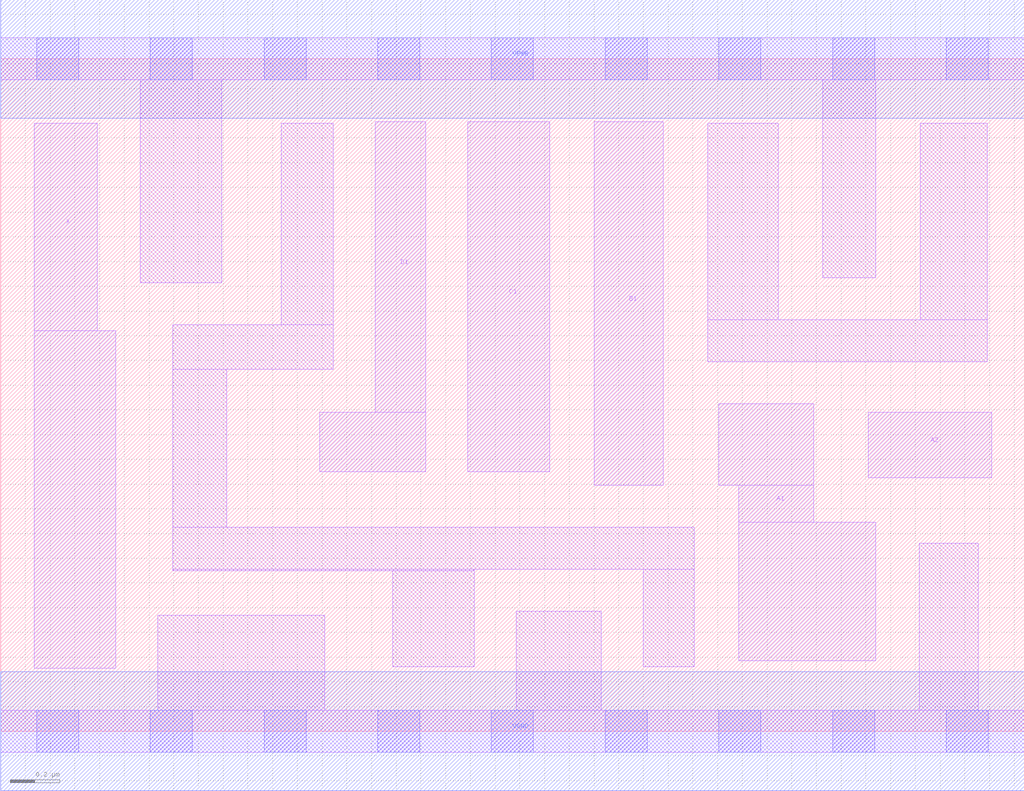
<source format=lef>
# Copyright 2020 The SkyWater PDK Authors
#
# Licensed under the Apache License, Version 2.0 (the "License");
# you may not use this file except in compliance with the License.
# You may obtain a copy of the License at
#
#     https://www.apache.org/licenses/LICENSE-2.0
#
# Unless required by applicable law or agreed to in writing, software
# distributed under the License is distributed on an "AS IS" BASIS,
# WITHOUT WARRANTIES OR CONDITIONS OF ANY KIND, either express or implied.
# See the License for the specific language governing permissions and
# limitations under the License.
#
# SPDX-License-Identifier: Apache-2.0

VERSION 5.7 ;
  NOWIREEXTENSIONATPIN ON ;
  DIVIDERCHAR "/" ;
  BUSBITCHARS "[]" ;
UNITS
  DATABASE MICRONS 200 ;
END UNITS
MACRO sky130_fd_sc_hd__a2111o_1
  CLASS CORE ;
  FOREIGN sky130_fd_sc_hd__a2111o_1 ;
  ORIGIN  0.000000  0.000000 ;
  SIZE  4.140000 BY  2.720000 ;
  SYMMETRY X Y R90 ;
  SITE unithd ;
  PIN A1
    ANTENNAGATEAREA  0.247500 ;
    DIRECTION INPUT ;
    USE SIGNAL ;
    PORT
      LAYER li1 ;
        RECT 2.905000 0.995000 3.290000 1.325000 ;
        RECT 2.985000 0.285000 3.540000 0.845000 ;
        RECT 2.985000 0.845000 3.290000 0.995000 ;
    END
  END A1
  PIN A2
    ANTENNAGATEAREA  0.247500 ;
    DIRECTION INPUT ;
    USE SIGNAL ;
    PORT
      LAYER li1 ;
        RECT 3.510000 1.025000 4.010000 1.290000 ;
    END
  END A2
  PIN B1
    ANTENNAGATEAREA  0.247500 ;
    DIRECTION INPUT ;
    USE SIGNAL ;
    PORT
      LAYER li1 ;
        RECT 2.400000 0.995000 2.680000 2.465000 ;
    END
  END B1
  PIN C1
    ANTENNAGATEAREA  0.247500 ;
    DIRECTION INPUT ;
    USE SIGNAL ;
    PORT
      LAYER li1 ;
        RECT 1.890000 1.050000 2.220000 2.465000 ;
    END
  END C1
  PIN D1
    ANTENNAGATEAREA  0.247500 ;
    DIRECTION INPUT ;
    USE SIGNAL ;
    PORT
      LAYER li1 ;
        RECT 1.290000 1.050000 1.720000 1.290000 ;
        RECT 1.515000 1.290000 1.720000 2.465000 ;
    END
  END D1
  PIN X
    ANTENNADIFFAREA  0.504500 ;
    DIRECTION OUTPUT ;
    USE SIGNAL ;
    PORT
      LAYER li1 ;
        RECT 0.135000 0.255000 0.465000 1.620000 ;
        RECT 0.135000 1.620000 0.390000 2.460000 ;
    END
  END X
  PIN VGND
    DIRECTION INOUT ;
    SHAPE ABUTMENT ;
    USE GROUND ;
    PORT
      LAYER met1 ;
        RECT 0.000000 -0.240000 4.140000 0.240000 ;
    END
  END VGND
  PIN VPWR
    DIRECTION INOUT ;
    SHAPE ABUTMENT ;
    USE POWER ;
    PORT
      LAYER met1 ;
        RECT 0.000000 2.480000 4.140000 2.960000 ;
    END
  END VPWR
  OBS
    LAYER li1 ;
      RECT 0.000000 -0.085000 4.140000 0.085000 ;
      RECT 0.000000  2.635000 4.140000 2.805000 ;
      RECT 0.565000  1.815000 0.895000 2.635000 ;
      RECT 0.635000  0.085000 1.310000 0.470000 ;
      RECT 0.695000  0.650000 1.915000 0.655000 ;
      RECT 0.695000  0.655000 2.805000 0.825000 ;
      RECT 0.695000  0.825000 0.915000 1.465000 ;
      RECT 0.695000  1.465000 1.345000 1.645000 ;
      RECT 1.135000  1.645000 1.345000 2.460000 ;
      RECT 1.585000  0.260000 1.915000 0.650000 ;
      RECT 2.085000  0.085000 2.430000 0.485000 ;
      RECT 2.600000  0.260000 2.805000 0.655000 ;
      RECT 2.860000  1.495000 3.990000 1.665000 ;
      RECT 2.860000  1.665000 3.145000 2.460000 ;
      RECT 3.325000  1.835000 3.540000 2.635000 ;
      RECT 3.715000  0.085000 3.955000 0.760000 ;
      RECT 3.720000  1.665000 3.990000 2.460000 ;
    LAYER mcon ;
      RECT 0.145000 -0.085000 0.315000 0.085000 ;
      RECT 0.145000  2.635000 0.315000 2.805000 ;
      RECT 0.605000 -0.085000 0.775000 0.085000 ;
      RECT 0.605000  2.635000 0.775000 2.805000 ;
      RECT 1.065000 -0.085000 1.235000 0.085000 ;
      RECT 1.065000  2.635000 1.235000 2.805000 ;
      RECT 1.525000 -0.085000 1.695000 0.085000 ;
      RECT 1.525000  2.635000 1.695000 2.805000 ;
      RECT 1.985000 -0.085000 2.155000 0.085000 ;
      RECT 1.985000  2.635000 2.155000 2.805000 ;
      RECT 2.445000 -0.085000 2.615000 0.085000 ;
      RECT 2.445000  2.635000 2.615000 2.805000 ;
      RECT 2.905000 -0.085000 3.075000 0.085000 ;
      RECT 2.905000  2.635000 3.075000 2.805000 ;
      RECT 3.365000 -0.085000 3.535000 0.085000 ;
      RECT 3.365000  2.635000 3.535000 2.805000 ;
      RECT 3.825000 -0.085000 3.995000 0.085000 ;
      RECT 3.825000  2.635000 3.995000 2.805000 ;
  END
END sky130_fd_sc_hd__a2111o_1
END LIBRARY

</source>
